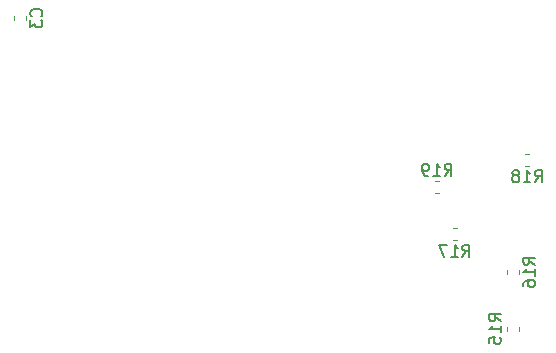
<source format=gbr>
%TF.GenerationSoftware,KiCad,Pcbnew,(5.1.4)-1*%
%TF.CreationDate,2020-12-20T21:21:52+02:00*%
%TF.ProjectId,Borta Dators,426f7274-6120-4446-9174-6f72732e6b69,rev?*%
%TF.SameCoordinates,Original*%
%TF.FileFunction,Legend,Bot*%
%TF.FilePolarity,Positive*%
%FSLAX46Y46*%
G04 Gerber Fmt 4.6, Leading zero omitted, Abs format (unit mm)*
G04 Created by KiCad (PCBNEW (5.1.4)-1) date 2020-12-20 21:21:52*
%MOMM*%
%LPD*%
G04 APERTURE LIST*
%ADD10C,0.120000*%
%ADD11C,0.150000*%
G04 APERTURE END LIST*
D10*
%TO.C,C3*%
X96960000Y-86041267D02*
X96960000Y-85698733D01*
X95940000Y-86041267D02*
X95940000Y-85698733D01*
%TO.C,R15*%
X137650000Y-111998733D02*
X137650000Y-112341267D01*
X138670000Y-111998733D02*
X138670000Y-112341267D01*
%TO.C,R16*%
X138670000Y-107541267D02*
X138670000Y-107198733D01*
X137650000Y-107541267D02*
X137650000Y-107198733D01*
%TO.C,R17*%
X133098733Y-103660000D02*
X133441267Y-103660000D01*
X133098733Y-104680000D02*
X133441267Y-104680000D01*
%TO.C,R18*%
X139228733Y-97360000D02*
X139571267Y-97360000D01*
X139228733Y-98380000D02*
X139571267Y-98380000D01*
%TO.C,R19*%
X131931267Y-99660000D02*
X131588733Y-99660000D01*
X131931267Y-100680000D02*
X131588733Y-100680000D01*
%TO.C,C3*%
D11*
X98237142Y-85703333D02*
X98284761Y-85655714D01*
X98332380Y-85512857D01*
X98332380Y-85417619D01*
X98284761Y-85274761D01*
X98189523Y-85179523D01*
X98094285Y-85131904D01*
X97903809Y-85084285D01*
X97760952Y-85084285D01*
X97570476Y-85131904D01*
X97475238Y-85179523D01*
X97380000Y-85274761D01*
X97332380Y-85417619D01*
X97332380Y-85512857D01*
X97380000Y-85655714D01*
X97427619Y-85703333D01*
X97332380Y-86036666D02*
X97332380Y-86655714D01*
X97713333Y-86322380D01*
X97713333Y-86465238D01*
X97760952Y-86560476D01*
X97808571Y-86608095D01*
X97903809Y-86655714D01*
X98141904Y-86655714D01*
X98237142Y-86608095D01*
X98284761Y-86560476D01*
X98332380Y-86465238D01*
X98332380Y-86179523D01*
X98284761Y-86084285D01*
X98237142Y-86036666D01*
%TO.C,R15*%
X137182380Y-111527142D02*
X136706190Y-111193809D01*
X137182380Y-110955714D02*
X136182380Y-110955714D01*
X136182380Y-111336666D01*
X136230000Y-111431904D01*
X136277619Y-111479523D01*
X136372857Y-111527142D01*
X136515714Y-111527142D01*
X136610952Y-111479523D01*
X136658571Y-111431904D01*
X136706190Y-111336666D01*
X136706190Y-110955714D01*
X137182380Y-112479523D02*
X137182380Y-111908095D01*
X137182380Y-112193809D02*
X136182380Y-112193809D01*
X136325238Y-112098571D01*
X136420476Y-112003333D01*
X136468095Y-111908095D01*
X136182380Y-113384285D02*
X136182380Y-112908095D01*
X136658571Y-112860476D01*
X136610952Y-112908095D01*
X136563333Y-113003333D01*
X136563333Y-113241428D01*
X136610952Y-113336666D01*
X136658571Y-113384285D01*
X136753809Y-113431904D01*
X136991904Y-113431904D01*
X137087142Y-113384285D01*
X137134761Y-113336666D01*
X137182380Y-113241428D01*
X137182380Y-113003333D01*
X137134761Y-112908095D01*
X137087142Y-112860476D01*
%TO.C,R16*%
X140042380Y-106727142D02*
X139566190Y-106393809D01*
X140042380Y-106155714D02*
X139042380Y-106155714D01*
X139042380Y-106536666D01*
X139090000Y-106631904D01*
X139137619Y-106679523D01*
X139232857Y-106727142D01*
X139375714Y-106727142D01*
X139470952Y-106679523D01*
X139518571Y-106631904D01*
X139566190Y-106536666D01*
X139566190Y-106155714D01*
X140042380Y-107679523D02*
X140042380Y-107108095D01*
X140042380Y-107393809D02*
X139042380Y-107393809D01*
X139185238Y-107298571D01*
X139280476Y-107203333D01*
X139328095Y-107108095D01*
X139042380Y-108536666D02*
X139042380Y-108346190D01*
X139090000Y-108250952D01*
X139137619Y-108203333D01*
X139280476Y-108108095D01*
X139470952Y-108060476D01*
X139851904Y-108060476D01*
X139947142Y-108108095D01*
X139994761Y-108155714D01*
X140042380Y-108250952D01*
X140042380Y-108441428D01*
X139994761Y-108536666D01*
X139947142Y-108584285D01*
X139851904Y-108631904D01*
X139613809Y-108631904D01*
X139518571Y-108584285D01*
X139470952Y-108536666D01*
X139423333Y-108441428D01*
X139423333Y-108250952D01*
X139470952Y-108155714D01*
X139518571Y-108108095D01*
X139613809Y-108060476D01*
%TO.C,R17*%
X133912857Y-106052380D02*
X134246190Y-105576190D01*
X134484285Y-106052380D02*
X134484285Y-105052380D01*
X134103333Y-105052380D01*
X134008095Y-105100000D01*
X133960476Y-105147619D01*
X133912857Y-105242857D01*
X133912857Y-105385714D01*
X133960476Y-105480952D01*
X134008095Y-105528571D01*
X134103333Y-105576190D01*
X134484285Y-105576190D01*
X132960476Y-106052380D02*
X133531904Y-106052380D01*
X133246190Y-106052380D02*
X133246190Y-105052380D01*
X133341428Y-105195238D01*
X133436666Y-105290476D01*
X133531904Y-105338095D01*
X132627142Y-105052380D02*
X131960476Y-105052380D01*
X132389047Y-106052380D01*
%TO.C,R18*%
X140042857Y-99752380D02*
X140376190Y-99276190D01*
X140614285Y-99752380D02*
X140614285Y-98752380D01*
X140233333Y-98752380D01*
X140138095Y-98800000D01*
X140090476Y-98847619D01*
X140042857Y-98942857D01*
X140042857Y-99085714D01*
X140090476Y-99180952D01*
X140138095Y-99228571D01*
X140233333Y-99276190D01*
X140614285Y-99276190D01*
X139090476Y-99752380D02*
X139661904Y-99752380D01*
X139376190Y-99752380D02*
X139376190Y-98752380D01*
X139471428Y-98895238D01*
X139566666Y-98990476D01*
X139661904Y-99038095D01*
X138519047Y-99180952D02*
X138614285Y-99133333D01*
X138661904Y-99085714D01*
X138709523Y-98990476D01*
X138709523Y-98942857D01*
X138661904Y-98847619D01*
X138614285Y-98800000D01*
X138519047Y-98752380D01*
X138328571Y-98752380D01*
X138233333Y-98800000D01*
X138185714Y-98847619D01*
X138138095Y-98942857D01*
X138138095Y-98990476D01*
X138185714Y-99085714D01*
X138233333Y-99133333D01*
X138328571Y-99180952D01*
X138519047Y-99180952D01*
X138614285Y-99228571D01*
X138661904Y-99276190D01*
X138709523Y-99371428D01*
X138709523Y-99561904D01*
X138661904Y-99657142D01*
X138614285Y-99704761D01*
X138519047Y-99752380D01*
X138328571Y-99752380D01*
X138233333Y-99704761D01*
X138185714Y-99657142D01*
X138138095Y-99561904D01*
X138138095Y-99371428D01*
X138185714Y-99276190D01*
X138233333Y-99228571D01*
X138328571Y-99180952D01*
%TO.C,R19*%
X132402857Y-99192380D02*
X132736190Y-98716190D01*
X132974285Y-99192380D02*
X132974285Y-98192380D01*
X132593333Y-98192380D01*
X132498095Y-98240000D01*
X132450476Y-98287619D01*
X132402857Y-98382857D01*
X132402857Y-98525714D01*
X132450476Y-98620952D01*
X132498095Y-98668571D01*
X132593333Y-98716190D01*
X132974285Y-98716190D01*
X131450476Y-99192380D02*
X132021904Y-99192380D01*
X131736190Y-99192380D02*
X131736190Y-98192380D01*
X131831428Y-98335238D01*
X131926666Y-98430476D01*
X132021904Y-98478095D01*
X130974285Y-99192380D02*
X130783809Y-99192380D01*
X130688571Y-99144761D01*
X130640952Y-99097142D01*
X130545714Y-98954285D01*
X130498095Y-98763809D01*
X130498095Y-98382857D01*
X130545714Y-98287619D01*
X130593333Y-98240000D01*
X130688571Y-98192380D01*
X130879047Y-98192380D01*
X130974285Y-98240000D01*
X131021904Y-98287619D01*
X131069523Y-98382857D01*
X131069523Y-98620952D01*
X131021904Y-98716190D01*
X130974285Y-98763809D01*
X130879047Y-98811428D01*
X130688571Y-98811428D01*
X130593333Y-98763809D01*
X130545714Y-98716190D01*
X130498095Y-98620952D01*
%TD*%
M02*

</source>
